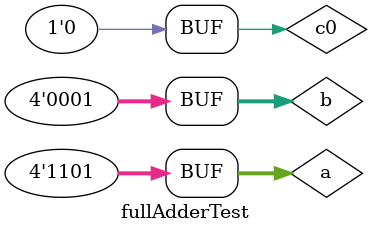
<source format=v>
`timescale 1ns / 1ps


module fullAdderTest;

	// Inputs
	reg [3:0] a;
	reg [3:0] b;
	reg c0;

	// Outputs
	wire [3:0] c;
	wire [3:0] s;
	wire [3:0] p;
	wire [3:0] g;

	// Instantiate the Unit Under Test (UUT)
	fullAdder uut (
		.a(a), 
		.b(b), 
		.c0(c0), 
		.c(c), 
		.s(s),
		.p(p),
		.g(g)
	);

	initial begin
		// Initialize Inputs
		#100;
		a = 0;
		b = 0;
		c0 = 0;

		// Wait 100 ns for global reset to finish
		#100;		
		a = 7;
		b = 7;
		c0 = 1;
		
		#100;		
		a = 1;
		b = 1;
		c0 = 0;

		#100;		
		a = 2;
		b = 1;
		c0 = 0;

		#100;		
		a = 9;
		b = 8;
		c0 = 0;

		#100;		
		a = 12;
		b = 10;
		c0 = 0;

		#100;		
		a = 15;
		b = 15;
		c0 = 0;

		#100;		
		a = 3;
		b = 4;
		c0 = 0;

		#100;		
		a = 15;
		b = 15;
		c0 = 1;

		#100;		
		a = 9;
		b = 9;
		c0 = 0;

		#100;		
		a = 5;
		b = 1;
		c0 = 0;
		
		#100;		
		a = 13;
		b = 1;
		c0 = 0;		

		// Wait 100 ns for global reset to finis		
        
		// Add stimulus here

	end
      
endmodule


</source>
